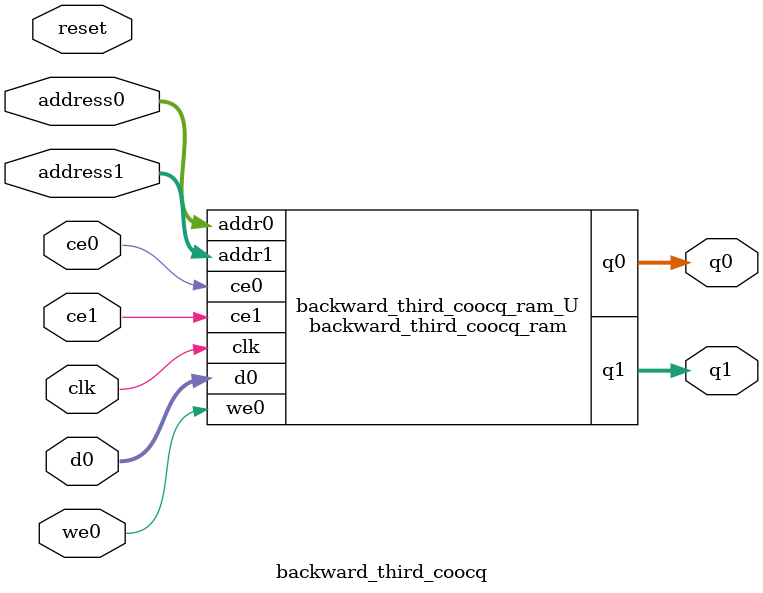
<source format=v>
`timescale 1 ns / 1 ps
module backward_third_coocq_ram (addr0, ce0, d0, we0, q0, addr1, ce1, q1,  clk);

parameter DWIDTH = 32;
parameter AWIDTH = 10;
parameter MEM_SIZE = 576;

input[AWIDTH-1:0] addr0;
input ce0;
input[DWIDTH-1:0] d0;
input we0;
output reg[DWIDTH-1:0] q0;
input[AWIDTH-1:0] addr1;
input ce1;
output reg[DWIDTH-1:0] q1;
input clk;

(* ram_style = "block" *)reg [DWIDTH-1:0] ram[0:MEM_SIZE-1];




always @(posedge clk)  
begin 
    if (ce0) 
    begin
        if (we0) 
        begin 
            ram[addr0] <= d0; 
        end 
        q0 <= ram[addr0];
    end
end


always @(posedge clk)  
begin 
    if (ce1) 
    begin
        q1 <= ram[addr1];
    end
end


endmodule

`timescale 1 ns / 1 ps
module backward_third_coocq(
    reset,
    clk,
    address0,
    ce0,
    we0,
    d0,
    q0,
    address1,
    ce1,
    q1);

parameter DataWidth = 32'd32;
parameter AddressRange = 32'd576;
parameter AddressWidth = 32'd10;
input reset;
input clk;
input[AddressWidth - 1:0] address0;
input ce0;
input we0;
input[DataWidth - 1:0] d0;
output[DataWidth - 1:0] q0;
input[AddressWidth - 1:0] address1;
input ce1;
output[DataWidth - 1:0] q1;



backward_third_coocq_ram backward_third_coocq_ram_U(
    .clk( clk ),
    .addr0( address0 ),
    .ce0( ce0 ),
    .we0( we0 ),
    .d0( d0 ),
    .q0( q0 ),
    .addr1( address1 ),
    .ce1( ce1 ),
    .q1( q1 ));

endmodule


</source>
